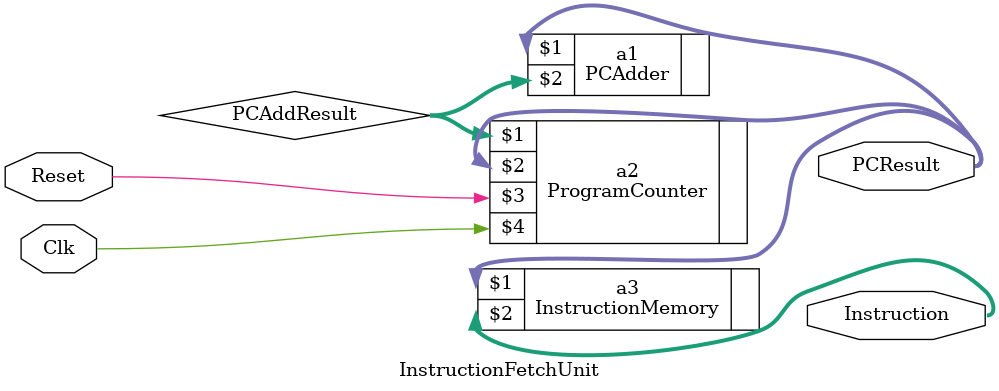
<source format=v>
`timescale 1ns / 1ps


module InstructionFetchUnit(Instruction, PCResult, Reset, Clk);

    input Clk, Reset;                    // Clock and Reset control signals
    wire [31:0] PCAddResult;             // Wire holding the next PC value (PC + 4)
    // wire [31:0] PCResult;             // Already declared as output below
    output [31:0] Instruction;           // Current instruction fetched from memory
    output [31:0] PCResult;              // Current value of the Program Counter (PC)

    // PCAdder module: computes next PC value (PC + 4)
    PCAdder a1(PCResult, PCAddResult);

    // ProgramCounter module: holds current PC, updates to next PC on clock edge
    // - Takes PCAddResult as input (next PC)
    // - Outputs PCResult as the current PC value
    // - Resets PCResult to 0 when Reset is active
    ProgramCounter a2(PCAddResult, PCResult, Reset, Clk);
    
    // InstructionMemory module: fetches instruction stored at the current PC address
    InstructionMemory a3(PCResult, Instruction);
            
endmodule



</source>
